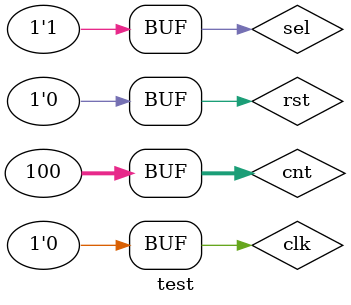
<source format=v>
module test;
	reg clk, rst, sel;	
	
	wire[7:0]row, col;
	
	integer cnt=0;
	
	system S(.clk(clk), .rst(rst), .row(row), .col(col), .sel(sel));
	
	initial begin
		rst=1'b1;#1 rst=1'b0;
		sel=1'b0; clk=1'd0;
		for(cnt=0; cnt<32'd100; cnt=cnt+1)begin
			clk=~clk;
			#1;
		end
		sel=1'b1;
		for(cnt=0; cnt<32'd100; cnt=cnt+1)begin
			clk=~clk;
			#1;
		end
	end
	
	initial begin
		$monitor("row:%b, col:%b, sel:%b", row, col, sel);
	end
	
	initial begin
		$dumpfile("test.vcd");
		$dumpvars;
	end	
endmodule
</source>
